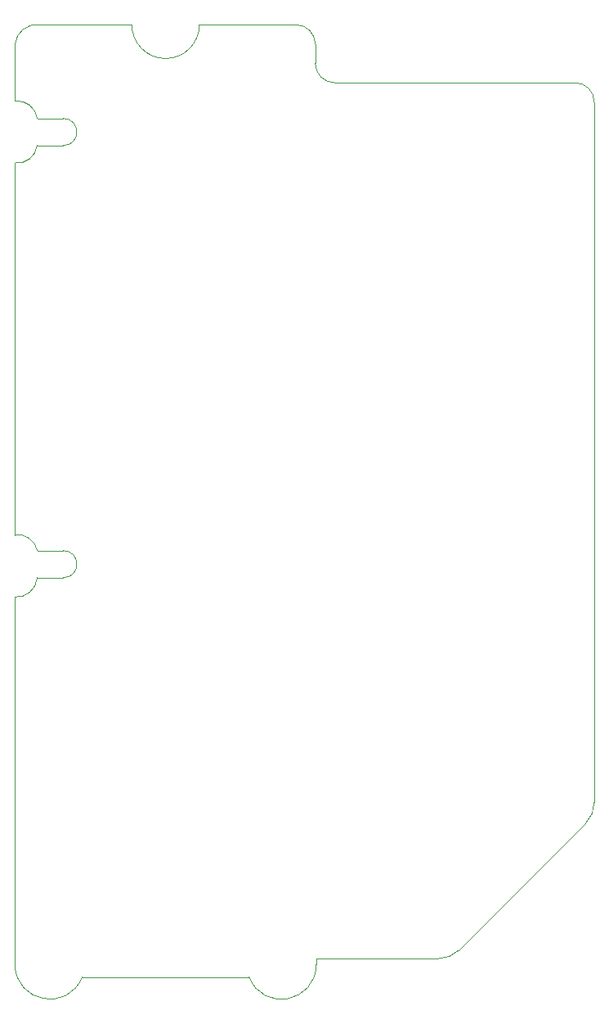
<source format=gm1>
G04 Layer_Color=16711935*
%FSLAX44Y44*%
%MOMM*%
G71*
G01*
G75*
%ADD52C,0.1000*%
D52*
X311000Y968000D02*
G03*
X331000Y948000I20000J0D01*
G01*
X311000Y988000D02*
G03*
X291000Y1008000I-20000J0D01*
G01*
X25000Y1007999D02*
G03*
X0Y988000I-2500J-22499D01*
G01*
X23000Y911000D02*
G03*
X-0Y929000I-20500J-2500D01*
G01*
Y865000D02*
G03*
X23000Y883000I2500J20500D01*
G01*
X23000Y464000D02*
G03*
X-0Y480000I-19500J-3500D01*
G01*
X0Y416000D02*
G03*
X23000Y436000I1500J21500D01*
G01*
X121000Y1008000D02*
G03*
X156000Y973000I35000J0D01*
G01*
D02*
G03*
X191000Y1008000I0J35000D01*
G01*
X-1Y36000D02*
G03*
X69600Y23000I36035J109D01*
G01*
X242399Y22999D02*
G03*
X312000Y36000I33587J12998D01*
G01*
X591213Y182213D02*
G03*
X600000Y203426I-21213J21213D01*
G01*
X438574Y42000D02*
G03*
X459787Y50787I0J30000D01*
G01*
X600000Y928000D02*
G03*
X580000Y948000I-20000J0D01*
G01*
X50000Y883000D02*
G03*
X50000Y911000I0J14000D01*
G01*
Y436000D02*
G03*
X50000Y464000I0J14000D01*
G01*
X311000Y968000D02*
Y988000D01*
X191000Y1008000D02*
X291000D01*
X0Y929000D02*
Y988000D01*
X25000Y1008000D02*
X121000D01*
X23000Y911000D02*
X50000D01*
X23000Y883000D02*
X50000D01*
X0Y480000D02*
Y865000D01*
X23000Y436000D02*
X50000D01*
X23000Y464000D02*
X50000D01*
X69600Y23000D02*
X242400D01*
X0Y36000D02*
Y416000D01*
X312000Y36000D02*
Y42000D01*
X600000Y203426D02*
Y928000D01*
X459787Y50787D02*
X591213Y182213D01*
X331000Y948000D02*
X580000D01*
X312000Y42000D02*
X438574D01*
X311000Y968000D02*
G03*
X331000Y948000I20000J0D01*
G01*
X311000Y988000D02*
G03*
X291000Y1008000I-20000J0D01*
G01*
X25000Y1007999D02*
G03*
X0Y988000I-2500J-22499D01*
G01*
X23000Y911000D02*
G03*
X-0Y929000I-20500J-2500D01*
G01*
Y865000D02*
G03*
X23000Y883000I2500J20500D01*
G01*
X23000Y464000D02*
G03*
X-0Y480000I-19500J-3500D01*
G01*
X0Y416000D02*
G03*
X23000Y436000I1500J21500D01*
G01*
X121000Y1008000D02*
G03*
X156000Y973000I35000J0D01*
G01*
D02*
G03*
X191000Y1008000I0J35000D01*
G01*
X-1Y36000D02*
G03*
X69600Y23000I36035J109D01*
G01*
X242399Y22999D02*
G03*
X312000Y36000I33587J12998D01*
G01*
X591213Y182213D02*
G03*
X600000Y203426I-21213J21213D01*
G01*
X438574Y42000D02*
G03*
X459787Y50787I0J30000D01*
G01*
X600000Y928000D02*
G03*
X580000Y948000I-20000J0D01*
G01*
X50000Y883000D02*
G03*
X50000Y911000I0J14000D01*
G01*
Y436000D02*
G03*
X50000Y464000I0J14000D01*
G01*
X311000Y968000D02*
Y988000D01*
X191000Y1008000D02*
X291000D01*
X0Y929000D02*
Y988000D01*
X25000Y1008000D02*
X121000D01*
X23000Y911000D02*
X50000D01*
X23000Y883000D02*
X50000D01*
X0Y480000D02*
Y865000D01*
X23000Y436000D02*
X50000D01*
X23000Y464000D02*
X50000D01*
X69600Y23000D02*
X242400D01*
X0Y36000D02*
Y416000D01*
X312000Y36000D02*
Y42000D01*
X600000Y203426D02*
Y928000D01*
X459787Y50787D02*
X591213Y182213D01*
X331000Y948000D02*
X580000D01*
X312000Y42000D02*
X438574D01*
M02*

</source>
